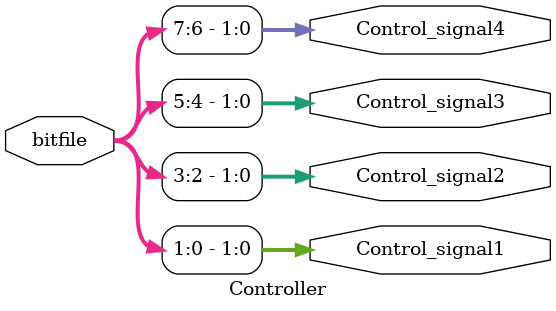
<source format=v>
`timescale 1ns / 1ps


module Controller(
    input wire [7:0] bitfile,
    output reg [1:0] Control_signal1,
    output reg [1:0] Control_signal2,
    output reg [1:0] Control_signal3,
    output reg [1:0] Control_signal4
    );
    
    always @* begin
        // Slice the bitfile into 2-bit segments for each control signal
        Control_signal1 = bitfile[1:0];
        Control_signal2 = bitfile[3:2];
        Control_signal3 = bitfile[5:4];
        Control_signal4 = bitfile[7:6];
    end
    
endmodule

</source>
